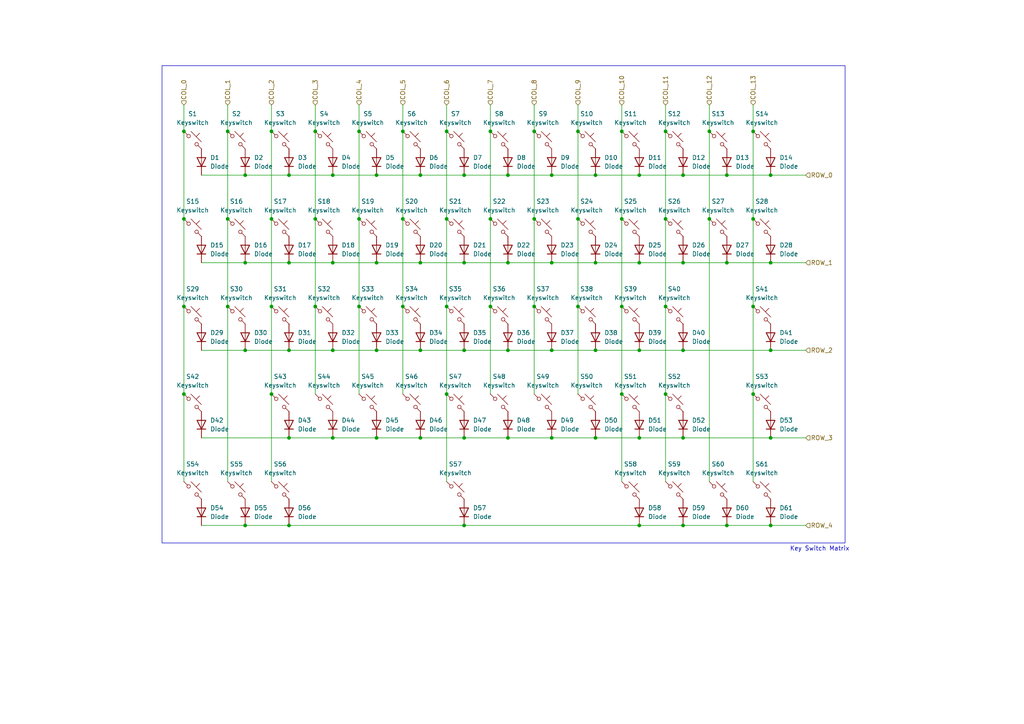
<source format=kicad_sch>
(kicad_sch (version 20250114) (generator "eeschema") (generator_version "9.0")
  (paper "A4")
  (rectangle (start 46.99 19.05) (end 245.11 157.48))
  (text "Key Switch Matrix" (at 237.744 159.258 0) (effects (font (size 1.27 1.27))))
  (junction (at 223.52 101.6))
  (junction (at 109.22 76.2))
  (junction (at 129.54 88.9))
  (junction (at 185.42 50.8))
  (junction (at 218.44 88.9))
  (junction (at 218.44 114.3))
  (junction (at 180.34 38.1))
  (junction (at 78.74 38.1))
  (junction (at 66.04 63.5))
  (junction (at 180.34 88.9))
  (junction (at 96.52 50.8))
  (junction (at 129.54 114.3))
  (junction (at 134.62 152.4))
  (junction (at 198.12 101.6))
  (junction (at 83.82 101.6))
  (junction (at 167.64 38.1))
  (junction (at 160.02 76.2))
  (junction (at 53.34 114.3))
  (junction (at 134.62 101.6))
  (junction (at 53.34 38.1))
  (junction (at 83.82 152.4))
  (junction (at 210.82 50.8))
  (junction (at 66.04 38.1))
  (junction (at 223.52 152.4))
  (junction (at 198.12 76.2))
  (junction (at 172.72 101.6))
  (junction (at 91.44 63.5))
  (junction (at 172.72 76.2))
  (junction (at 109.22 101.6))
  (junction (at 78.74 88.9))
  (junction (at 180.34 114.3))
  (junction (at 53.34 63.5))
  (junction (at 121.92 101.6))
  (junction (at 104.14 88.9))
  (junction (at 193.04 63.5))
  (junction (at 160.02 50.8))
  (junction (at 66.04 88.9))
  (junction (at 154.94 88.9))
  (junction (at 185.42 127))
  (junction (at 109.22 127))
  (junction (at 121.92 127))
  (junction (at 96.52 76.2))
  (junction (at 116.84 63.5))
  (junction (at 218.44 63.5))
  (junction (at 53.34 88.9))
  (junction (at 180.34 63.5))
  (junction (at 109.22 50.8))
  (junction (at 142.24 88.9))
  (junction (at 160.02 101.6))
  (junction (at 116.84 38.1))
  (junction (at 223.52 76.2))
  (junction (at 205.74 38.1))
  (junction (at 193.04 38.1))
  (junction (at 147.32 50.8))
  (junction (at 78.74 63.5))
  (junction (at 147.32 76.2))
  (junction (at 134.62 76.2))
  (junction (at 71.12 50.8))
  (junction (at 116.84 88.9))
  (junction (at 172.72 50.8))
  (junction (at 104.14 63.5))
  (junction (at 83.82 76.2))
  (junction (at 154.94 38.1))
  (junction (at 91.44 38.1))
  (junction (at 198.12 127))
  (junction (at 121.92 76.2))
  (junction (at 96.52 127))
  (junction (at 129.54 38.1))
  (junction (at 185.42 101.6))
  (junction (at 71.12 76.2))
  (junction (at 83.82 50.8))
  (junction (at 218.44 38.1))
  (junction (at 104.14 38.1))
  (junction (at 71.12 152.4))
  (junction (at 91.44 88.9))
  (junction (at 210.82 76.2))
  (junction (at 193.04 88.9))
  (junction (at 223.52 50.8))
  (junction (at 147.32 127))
  (junction (at 160.02 127))
  (junction (at 193.04 114.3))
  (junction (at 78.74 114.3))
  (junction (at 121.92 50.8))
  (junction (at 142.24 63.5))
  (junction (at 142.24 38.1))
  (junction (at 134.62 127))
  (junction (at 198.12 50.8))
  (junction (at 185.42 152.4))
  (junction (at 205.74 63.5))
  (junction (at 129.54 63.5))
  (junction (at 134.62 50.8))
  (junction (at 185.42 76.2))
  (junction (at 83.82 127))
  (junction (at 172.72 127))
  (junction (at 167.64 63.5))
  (junction (at 210.82 152.4))
  (junction (at 223.52 127))
  (junction (at 198.12 152.4))
  (junction (at 71.12 101.6))
  (junction (at 96.52 101.6))
  (junction (at 167.64 88.9))
  (junction (at 154.94 63.5))
  (junction (at 147.32 101.6))
  (wire (pts (xy 193.04 63.5) (xy 193.04 88.9)))
  (wire (pts (xy 172.72 50.8) (xy 185.42 50.8)))
  (wire (pts (xy 160.02 101.6) (xy 172.72 101.6)))
  (wire (pts (xy 180.34 88.9) (xy 180.34 114.3)))
  (wire (pts (xy 185.42 101.6) (xy 198.12 101.6)))
  (wire (pts (xy 198.12 152.4) (xy 210.82 152.4)))
  (wire (pts (xy 142.24 63.5) (xy 142.24 88.9)))
  (wire (pts (xy 129.54 63.5) (xy 129.54 88.9)))
  (wire (pts (xy 154.94 38.1) (xy 154.94 63.5)))
  (wire (pts (xy 198.12 50.8) (xy 210.82 50.8)))
  (wire (pts (xy 83.82 152.4) (xy 134.62 152.4)))
  (wire (pts (xy 71.12 50.8) (xy 83.82 50.8)))
  (wire (pts (xy 71.12 76.2) (xy 83.82 76.2)))
  (wire (pts (xy 66.04 88.9) (xy 66.04 139.7)))
  (wire (pts (xy 104.14 38.1) (xy 104.14 63.5)))
  (wire (pts (xy 91.44 30.48) (xy 91.44 38.1)))
  (wire (pts (xy 193.04 38.1) (xy 193.04 63.5)))
  (wire (pts (xy 180.34 30.48) (xy 180.34 38.1)))
  (wire (pts (xy 53.34 63.5) (xy 53.34 88.9)))
  (wire (pts (xy 109.22 127) (xy 121.92 127)))
  (wire (pts (xy 167.64 30.48) (xy 167.64 38.1)))
  (wire (pts (xy 53.34 38.1) (xy 53.34 63.5)))
  (wire (pts (xy 223.52 50.8) (xy 233.68 50.8)))
  (wire (pts (xy 134.62 76.2) (xy 147.32 76.2)))
  (wire (pts (xy 134.62 127) (xy 147.32 127)))
  (wire (pts (xy 109.22 101.6) (xy 121.92 101.6)))
  (wire (pts (xy 198.12 76.2) (xy 210.82 76.2)))
  (wire (pts (xy 205.74 63.5) (xy 205.74 139.7)))
  (wire (pts (xy 116.84 88.9) (xy 116.84 114.3)))
  (wire (pts (xy 91.44 88.9) (xy 91.44 114.3)))
  (wire (pts (xy 53.34 88.9) (xy 53.34 114.3)))
  (wire (pts (xy 167.64 88.9) (xy 167.64 114.3)))
  (wire (pts (xy 58.42 127) (xy 83.82 127)))
  (wire (pts (xy 223.52 152.4) (xy 233.68 152.4)))
  (wire (pts (xy 154.94 88.9) (xy 154.94 114.3)))
  (wire (pts (xy 134.62 101.6) (xy 147.32 101.6)))
  (wire (pts (xy 78.74 114.3) (xy 78.74 139.7)))
  (wire (pts (xy 147.32 76.2) (xy 160.02 76.2)))
  (wire (pts (xy 71.12 101.6) (xy 83.82 101.6)))
  (wire (pts (xy 210.82 50.8) (xy 223.52 50.8)))
  (wire (pts (xy 129.54 114.3) (xy 129.54 139.7)))
  (wire (pts (xy 193.04 30.48) (xy 193.04 38.1)))
  (wire (pts (xy 91.44 38.1) (xy 91.44 63.5)))
  (wire (pts (xy 58.42 50.8) (xy 71.12 50.8)))
  (wire (pts (xy 121.92 127) (xy 134.62 127)))
  (wire (pts (xy 78.74 63.5) (xy 78.74 88.9)))
  (wire (pts (xy 78.74 38.1) (xy 78.74 63.5)))
  (wire (pts (xy 129.54 88.9) (xy 129.54 114.3)))
  (wire (pts (xy 160.02 127) (xy 172.72 127)))
  (wire (pts (xy 96.52 101.6) (xy 109.22 101.6)))
  (wire (pts (xy 205.74 30.48) (xy 205.74 38.1)))
  (wire (pts (xy 116.84 30.48) (xy 116.84 38.1)))
  (wire (pts (xy 180.34 114.3) (xy 180.34 139.7)))
  (wire (pts (xy 185.42 152.4) (xy 198.12 152.4)))
  (wire (pts (xy 53.34 114.3) (xy 53.34 139.7)))
  (wire (pts (xy 96.52 76.2) (xy 109.22 76.2)))
  (wire (pts (xy 58.42 101.6) (xy 71.12 101.6)))
  (wire (pts (xy 142.24 88.9) (xy 142.24 114.3)))
  (wire (pts (xy 154.94 30.48) (xy 154.94 38.1)))
  (wire (pts (xy 147.32 101.6) (xy 160.02 101.6)))
  (wire (pts (xy 147.32 127) (xy 160.02 127)))
  (wire (pts (xy 71.12 152.4) (xy 83.82 152.4)))
  (wire (pts (xy 193.04 114.3) (xy 193.04 139.7)))
  (wire (pts (xy 104.14 88.9) (xy 104.14 114.3)))
  (wire (pts (xy 154.94 63.5) (xy 154.94 88.9)))
  (wire (pts (xy 96.52 50.8) (xy 109.22 50.8)))
  (wire (pts (xy 218.44 114.3) (xy 218.44 139.7)))
  (wire (pts (xy 116.84 38.1) (xy 116.84 63.5)))
  (wire (pts (xy 180.34 63.5) (xy 180.34 88.9)))
  (wire (pts (xy 147.32 50.8) (xy 160.02 50.8)))
  (wire (pts (xy 129.54 38.1) (xy 129.54 63.5)))
  (wire (pts (xy 121.92 76.2) (xy 134.62 76.2)))
  (wire (pts (xy 66.04 63.5) (xy 66.04 88.9)))
  (wire (pts (xy 58.42 76.2) (xy 71.12 76.2)))
  (wire (pts (xy 180.34 38.1) (xy 180.34 63.5)))
  (wire (pts (xy 172.72 76.2) (xy 185.42 76.2)))
  (wire (pts (xy 160.02 50.8) (xy 172.72 50.8)))
  (wire (pts (xy 167.64 38.1) (xy 167.64 63.5)))
  (wire (pts (xy 78.74 30.48) (xy 78.74 38.1)))
  (wire (pts (xy 218.44 63.5) (xy 218.44 88.9)))
  (wire (pts (xy 198.12 127) (xy 223.52 127)))
  (wire (pts (xy 218.44 30.48) (xy 218.44 38.1)))
  (wire (pts (xy 104.14 30.48) (xy 104.14 38.1)))
  (wire (pts (xy 109.22 50.8) (xy 121.92 50.8)))
  (wire (pts (xy 167.64 63.5) (xy 167.64 88.9)))
  (wire (pts (xy 223.52 76.2) (xy 233.68 76.2)))
  (wire (pts (xy 134.62 50.8) (xy 147.32 50.8)))
  (wire (pts (xy 66.04 30.48) (xy 66.04 38.1)))
  (wire (pts (xy 142.24 38.1) (xy 142.24 63.5)))
  (wire (pts (xy 83.82 127) (xy 96.52 127)))
  (wire (pts (xy 83.82 50.8) (xy 96.52 50.8)))
  (wire (pts (xy 210.82 76.2) (xy 223.52 76.2)))
  (wire (pts (xy 172.72 127) (xy 185.42 127)))
  (wire (pts (xy 223.52 101.6) (xy 233.68 101.6)))
  (wire (pts (xy 185.42 76.2) (xy 198.12 76.2)))
  (wire (pts (xy 205.74 38.1) (xy 205.74 63.5)))
  (wire (pts (xy 78.74 88.9) (xy 78.74 114.3)))
  (wire (pts (xy 218.44 38.1) (xy 218.44 63.5)))
  (wire (pts (xy 121.92 50.8) (xy 134.62 50.8)))
  (wire (pts (xy 116.84 63.5) (xy 116.84 88.9)))
  (wire (pts (xy 53.34 30.48) (xy 53.34 38.1)))
  (wire (pts (xy 91.44 63.5) (xy 91.44 88.9)))
  (wire (pts (xy 210.82 152.4) (xy 223.52 152.4)))
  (wire (pts (xy 218.44 88.9) (xy 218.44 114.3)))
  (wire (pts (xy 66.04 63.5) (xy 66.04 38.1)))
  (wire (pts (xy 121.92 101.6) (xy 134.62 101.6)))
  (wire (pts (xy 193.04 88.9) (xy 193.04 114.3)))
  (wire (pts (xy 198.12 101.6) (xy 223.52 101.6)))
  (wire (pts (xy 185.42 127) (xy 198.12 127)))
  (wire (pts (xy 129.54 30.48) (xy 129.54 38.1)))
  (wire (pts (xy 160.02 76.2) (xy 172.72 76.2)))
  (wire (pts (xy 223.52 127) (xy 233.68 127)))
  (wire (pts (xy 172.72 101.6) (xy 185.42 101.6)))
  (wire (pts (xy 96.52 127) (xy 109.22 127)))
  (wire (pts (xy 134.62 152.4) (xy 185.42 152.4)))
  (wire (pts (xy 185.42 50.8) (xy 198.12 50.8)))
  (wire (pts (xy 58.42 152.4) (xy 71.12 152.4)))
  (wire (pts (xy 83.82 76.2) (xy 96.52 76.2)))
  (wire (pts (xy 83.82 101.6) (xy 96.52 101.6)))
  (wire (pts (xy 109.22 76.2) (xy 121.92 76.2)))
  (wire (pts (xy 104.14 63.5) (xy 104.14 88.9)))
  (wire (pts (xy 142.24 30.48) (xy 142.24 38.1)))
  (hierarchical_label "ROW_4" (shape input) (at 233.68 152.4 0))
  (hierarchical_label "COL_7" (shape input) (at 142.24 30.48 90))
  (hierarchical_label "COL_13" (shape input) (at 218.44 30.48 90))
  (hierarchical_label "COL_8" (shape input) (at 154.94 30.48 90))
  (hierarchical_label "COL_2" (shape input) (at 78.74 30.48 90))
  (hierarchical_label "COL_5" (shape input) (at 116.84 30.48 90))
  (hierarchical_label "ROW_1" (shape input) (at 233.68 76.2 0))
  (hierarchical_label "ROW_2" (shape input) (at 233.68 101.6 0))
  (hierarchical_label "COL_4" (shape input) (at 104.14 30.48 90))
  (hierarchical_label "COL_10" (shape input) (at 180.34 30.48 90))
  (hierarchical_label "COL_0" (shape input) (at 53.34 30.48 90))
  (hierarchical_label "COL_12" (shape input) (at 205.74 30.48 90))
  (hierarchical_label "ROW_0" (shape input) (at 233.68 50.8 0))
  (hierarchical_label "COL_6" (shape input) (at 129.54 30.48 90))
  (hierarchical_label "ROW_3" (shape input) (at 233.68 127 0))
  (hierarchical_label "COL_1" (shape input) (at 66.04 30.48 90))
  (hierarchical_label "COL_9" (shape input) (at 167.64 30.48 90))
  (hierarchical_label "COL_3" (shape input) (at 91.44 30.48 90))
  (hierarchical_label "COL_11" (shape input) (at 193.04 30.48 90))
  (symbol (lib_id "ScottoKeebs:Placeholder_Diode") (at 58.42 148.59 90) (unit 1)
    (property "Reference" "D54" (at 60.96 147.3199 90) (effects (justify right)))
    (property "Value" "Diode" (at 60.96 149.8599 90) (effects (justify right)))
    (property "Footprint" "ScottoKeebs_Components:Diode_SOD-123" (effects (hide yes)))
    (property "Description" "1N4148 (DO-35) or 1N4148W (SOD-123)" (effects (hide yes)))
    (property "Sim.Device" "D" (effects (hide yes)))
    (property "Sim.Pins" "1=K 2=A" (effects (hide yes)))
  )
  (symbol (lib_id "ScottoKeebs:Placeholder_Diode") (at 96.52 97.79 90) (unit 1)
    (property "Reference" "D32" (at 99.06 96.5199 90) (effects (justify right)))
    (property "Value" "Diode" (at 99.06 99.0599 90) (effects (justify right)))
    (property "Footprint" "ScottoKeebs_Components:Diode_SOD-123" (effects (hide yes)))
    (property "Description" "1N4148 (DO-35) or 1N4148W (SOD-123)" (effects (hide yes)))
    (property "Sim.Device" "D" (effects (hide yes)))
    (property "Sim.Pins" "1=K 2=A" (effects (hide yes)))
  )
  (symbol (lib_id "ScottoKeebs:Placeholder_Keyswitch") (at 170.18 40.64 0) (unit 1)
    (property "Reference" "S10" (at 170.18 33.02 0))
    (property "Value" "Keyswitch" (at 170.18 35.56 0))
    (property "Footprint" "ScottoKeebs_Hotswap:Hotswap_MX_Plated_1.00u" (effects (hide yes)))
    (property "Description" "Push button switch, normally open, two pins, 45° tilted" (effects (hide yes)))
  )
  (symbol (lib_id "ScottoKeebs:Placeholder_Diode") (at 198.12 46.99 90) (unit 1)
    (property "Reference" "D12" (at 200.66 45.7199 90) (effects (justify right)))
    (property "Value" "Diode" (at 200.66 48.2599 90) (effects (justify right)))
    (property "Footprint" "ScottoKeebs_Components:Diode_SOD-123" (effects (hide yes)))
    (property "Description" "1N4148 (DO-35) or 1N4148W (SOD-123)" (effects (hide yes)))
    (property "Sim.Device" "D" (effects (hide yes)))
    (property "Sim.Pins" "1=K 2=A" (effects (hide yes)))
  )
  (symbol (lib_id "ScottoKeebs:Placeholder_Keyswitch") (at 119.38 40.64 0) (unit 1)
    (property "Reference" "S6" (at 119.38 33.02 0))
    (property "Value" "Keyswitch" (at 119.38 35.56 0))
    (property "Footprint" "ScottoKeebs_Hotswap:Hotswap_MX_Plated_1.00u" (effects (hide yes)))
    (property "Description" "Push button switch, normally open, two pins, 45° tilted" (effects (hide yes)))
  )
  (symbol (lib_id "ScottoKeebs:Placeholder_Keyswitch") (at 119.38 116.84 0) (unit 1)
    (property "Reference" "S46" (at 119.38 109.22 0))
    (property "Value" "Keyswitch" (at 119.38 111.76 0))
    (property "Footprint" "ScottoKeebs_Hotswap:Hotswap_MX_Plated_1.00u" (effects (hide yes)))
    (property "Description" "Push button switch, normally open, two pins, 45° tilted" (effects (hide yes)))
  )
  (symbol (lib_id "ScottoKeebs:Placeholder_Keyswitch") (at 157.48 66.04 0) (unit 1)
    (property "Reference" "S23" (at 157.48 58.42 0))
    (property "Value" "Keyswitch" (at 157.48 60.96 0))
    (property "Footprint" "ScottoKeebs_Hotswap:Hotswap_MX_Plated_1.00u" (effects (hide yes)))
    (property "Description" "Push button switch, normally open, two pins, 45° tilted" (effects (hide yes)))
  )
  (symbol (lib_id "ScottoKeebs:Placeholder_Keyswitch") (at 132.08 142.24 0) (unit 1)
    (property "Reference" "S57" (at 132.08 134.62 0))
    (property "Value" "Keyswitch" (at 132.08 137.16 0))
    (property "Footprint" "ScottoKeebs_Hotswap:Hotswap_MX_Plated_1.00u" (effects (hide yes)))
    (property "Description" "Push button switch, normally open, two pins, 45° tilted" (effects (hide yes)))
  )
  (symbol (lib_id "ScottoKeebs:Placeholder_Keyswitch") (at 68.58 142.24 0) (unit 1)
    (property "Reference" "S55" (at 68.58 134.62 0))
    (property "Value" "Keyswitch" (at 68.58 137.16 0))
    (property "Footprint" "ScottoKeebs_Hotswap:Hotswap_MX_Plated_1.00u" (effects (hide yes)))
    (property "Description" "Push button switch, normally open, two pins, 45° tilted" (effects (hide yes)))
  )
  (symbol (lib_id "ScottoKeebs:Placeholder_Keyswitch") (at 81.28 40.64 0) (unit 1)
    (property "Reference" "S3" (at 81.28 33.02 0))
    (property "Value" "Keyswitch" (at 81.28 35.56 0))
    (property "Footprint" "ScottoKeebs_Hotswap:Hotswap_MX_Plated_1.00u" (effects (hide yes)))
    (property "Description" "Push button switch, normally open, two pins, 45° tilted" (effects (hide yes)))
  )
  (symbol (lib_id "ScottoKeebs:Placeholder_Keyswitch") (at 220.98 66.04 0) (unit 1)
    (property "Reference" "S28" (at 220.98 58.42 0))
    (property "Value" "Keyswitch" (at 220.98 60.96 0))
    (property "Footprint" "ScottoKeebs_Hotswap:Hotswap_MX_Plated_1.00u" (effects (hide yes)))
    (property "Description" "Push button switch, normally open, two pins, 45° tilted" (effects (hide yes)))
  )
  (symbol (lib_id "ScottoKeebs:Placeholder_Diode") (at 160.02 46.99 90) (unit 1)
    (property "Reference" "D9" (at 162.56 45.7199 90) (effects (justify right)))
    (property "Value" "Diode" (at 162.56 48.2599 90) (effects (justify right)))
    (property "Footprint" "ScottoKeebs_Components:Diode_SOD-123" (effects (hide yes)))
    (property "Description" "1N4148 (DO-35) or 1N4148W (SOD-123)" (effects (hide yes)))
    (property "Sim.Device" "D" (effects (hide yes)))
    (property "Sim.Pins" "1=K 2=A" (effects (hide yes)))
  )
  (symbol (lib_id "ScottoKeebs:Placeholder_Keyswitch") (at 182.88 91.44 0) (unit 1)
    (property "Reference" "S39" (at 182.88 83.82 0))
    (property "Value" "Keyswitch" (at 182.88 86.36 0))
    (property "Footprint" "ScottoKeebs_Hotswap:Hotswap_MX_Plated_1.00u" (effects (hide yes)))
    (property "Description" "Push button switch, normally open, two pins, 45° tilted" (effects (hide yes)))
  )
  (symbol (lib_id "ScottoKeebs:Placeholder_Diode") (at 172.72 123.19 90) (unit 1)
    (property "Reference" "D50" (at 175.26 121.9199 90) (effects (justify right)))
    (property "Value" "Diode" (at 175.26 124.4599 90) (effects (justify right)))
    (property "Footprint" "ScottoKeebs_Components:Diode_SOD-123" (effects (hide yes)))
    (property "Description" "1N4148 (DO-35) or 1N4148W (SOD-123)" (effects (hide yes)))
    (property "Sim.Device" "D" (effects (hide yes)))
    (property "Sim.Pins" "1=K 2=A" (effects (hide yes)))
  )
  (symbol (lib_id "ScottoKeebs:Placeholder_Diode") (at 198.12 72.39 90) (unit 1)
    (property "Reference" "D26" (at 200.66 71.1199 90) (effects (justify right)))
    (property "Value" "Diode" (at 200.66 73.6599 90) (effects (justify right)))
    (property "Footprint" "ScottoKeebs_Components:Diode_SOD-123" (effects (hide yes)))
    (property "Description" "1N4148 (DO-35) or 1N4148W (SOD-123)" (effects (hide yes)))
    (property "Sim.Device" "D" (effects (hide yes)))
    (property "Sim.Pins" "1=K 2=A" (effects (hide yes)))
  )
  (symbol (lib_id "ScottoKeebs:Placeholder_Keyswitch") (at 93.98 66.04 0) (unit 1)
    (property "Reference" "S18" (at 93.98 58.42 0))
    (property "Value" "Keyswitch" (at 93.98 60.96 0))
    (property "Footprint" "ScottoKeebs_Hotswap:Hotswap_MX_Plated_1.00u" (effects (hide yes)))
    (property "Description" "Push button switch, normally open, two pins, 45° tilted" (effects (hide yes)))
  )
  (symbol (lib_id "ScottoKeebs:Placeholder_Keyswitch") (at 157.48 40.64 0) (unit 1)
    (property "Reference" "S9" (at 157.48 33.02 0))
    (property "Value" "Keyswitch" (at 157.48 35.56 0))
    (property "Footprint" "ScottoKeebs_Hotswap:Hotswap_MX_Plated_1.00u" (effects (hide yes)))
    (property "Description" "Push button switch, normally open, two pins, 45° tilted" (effects (hide yes)))
  )
  (symbol (lib_id "ScottoKeebs:Placeholder_Keyswitch") (at 68.58 66.04 0) (unit 1)
    (property "Reference" "S16" (at 68.58 58.42 0))
    (property "Value" "Keyswitch" (at 68.58 60.96 0))
    (property "Footprint" "ScottoKeebs_Hotswap:Hotswap_MX_Plated_1.00u" (effects (hide yes)))
    (property "Description" "Push button switch, normally open, two pins, 45° tilted" (effects (hide yes)))
  )
  (symbol (lib_id "ScottoKeebs:Placeholder_Keyswitch") (at 195.58 66.04 0) (unit 1)
    (property "Reference" "S26" (at 195.58 58.42 0))
    (property "Value" "Keyswitch" (at 195.58 60.96 0))
    (property "Footprint" "ScottoKeebs_Hotswap:Hotswap_MX_Plated_1.00u" (effects (hide yes)))
    (property "Description" "Push button switch, normally open, two pins, 45° tilted" (effects (hide yes)))
  )
  (symbol (lib_id "ScottoKeebs:Placeholder_Keyswitch") (at 144.78 91.44 0) (unit 1)
    (property "Reference" "S36" (at 144.78 83.82 0))
    (property "Value" "Keyswitch" (at 144.78 86.36 0))
    (property "Footprint" "ScottoKeebs_Hotswap:Hotswap_MX_Plated_1.00u" (effects (hide yes)))
    (property "Description" "Push button switch, normally open, two pins, 45° tilted" (effects (hide yes)))
  )
  (symbol (lib_id "ScottoKeebs:Placeholder_Keyswitch") (at 208.28 40.64 0) (unit 1)
    (property "Reference" "S13" (at 208.28 33.02 0))
    (property "Value" "Keyswitch" (at 208.28 35.56 0))
    (property "Footprint" "ScottoKeebs_Hotswap:Hotswap_MX_Plated_1.00u" (effects (hide yes)))
    (property "Description" "Push button switch, normally open, two pins, 45° tilted" (effects (hide yes)))
  )
  (symbol (lib_id "ScottoKeebs:Placeholder_Diode") (at 147.32 97.79 90) (unit 1)
    (property "Reference" "D36" (at 149.86 96.5199 90) (effects (justify right)))
    (property "Value" "Diode" (at 149.86 99.0599 90) (effects (justify right)))
    (property "Footprint" "ScottoKeebs_Components:Diode_SOD-123" (effects (hide yes)))
    (property "Description" "1N4148 (DO-35) or 1N4148W (SOD-123)" (effects (hide yes)))
    (property "Sim.Device" "D" (effects (hide yes)))
    (property "Sim.Pins" "1=K 2=A" (effects (hide yes)))
  )
  (symbol (lib_id "ScottoKeebs:Placeholder_Keyswitch") (at 55.88 91.44 0) (unit 1)
    (property "Reference" "S29" (at 55.88 83.82 0))
    (property "Value" "Keyswitch" (at 55.88 86.36 0))
    (property "Footprint" "ScottoKeebs_Hotswap:Hotswap_MX_Plated_1.00u" (effects (hide yes)))
    (property "Description" "Push button switch, normally open, two pins, 45° tilted" (effects (hide yes)))
  )
  (symbol (lib_id "ScottoKeebs:Placeholder_Diode") (at 185.42 97.79 90) (unit 1)
    (property "Reference" "D39" (at 187.96 96.5199 90) (effects (justify right)))
    (property "Value" "Diode" (at 187.96 99.0599 90) (effects (justify right)))
    (property "Footprint" "ScottoKeebs_Components:Diode_SOD-123" (effects (hide yes)))
    (property "Description" "1N4148 (DO-35) or 1N4148W (SOD-123)" (effects (hide yes)))
    (property "Sim.Device" "D" (effects (hide yes)))
    (property "Sim.Pins" "1=K 2=A" (effects (hide yes)))
  )
  (symbol (lib_id "ScottoKeebs:Placeholder_Diode") (at 172.72 97.79 90) (unit 1)
    (property "Reference" "D38" (at 175.26 96.5199 90) (effects (justify right)))
    (property "Value" "Diode" (at 175.26 99.0599 90) (effects (justify right)))
    (property "Footprint" "ScottoKeebs_Components:Diode_SOD-123" (effects (hide yes)))
    (property "Description" "1N4148 (DO-35) or 1N4148W (SOD-123)" (effects (hide yes)))
    (property "Sim.Device" "D" (effects (hide yes)))
    (property "Sim.Pins" "1=K 2=A" (effects (hide yes)))
  )
  (symbol (lib_id "ScottoKeebs:Placeholder_Diode") (at 223.52 97.79 90) (unit 1)
    (property "Reference" "D41" (at 226.06 96.5199 90) (effects (justify right)))
    (property "Value" "Diode" (at 226.06 99.0599 90) (effects (justify right)))
    (property "Footprint" "ScottoKeebs_Components:Diode_SOD-123" (effects (hide yes)))
    (property "Description" "1N4148 (DO-35) or 1N4148W (SOD-123)" (effects (hide yes)))
    (property "Sim.Device" "D" (effects (hide yes)))
    (property "Sim.Pins" "1=K 2=A" (effects (hide yes)))
  )
  (symbol (lib_id "ScottoKeebs:Placeholder_Keyswitch") (at 144.78 66.04 0) (unit 1)
    (property "Reference" "S22" (at 144.78 58.42 0))
    (property "Value" "Keyswitch" (at 144.78 60.96 0))
    (property "Footprint" "ScottoKeebs_Hotswap:Hotswap_MX_Plated_1.00u" (effects (hide yes)))
    (property "Description" "Push button switch, normally open, two pins, 45° tilted" (effects (hide yes)))
  )
  (symbol (lib_id "ScottoKeebs:Placeholder_Keyswitch") (at 182.88 40.64 0) (unit 1)
    (property "Reference" "S11" (at 182.88 33.02 0))
    (property "Value" "Keyswitch" (at 182.88 35.56 0))
    (property "Footprint" "ScottoKeebs_Hotswap:Hotswap_MX_Plated_1.00u" (effects (hide yes)))
    (property "Description" "Push button switch, normally open, two pins, 45° tilted" (effects (hide yes)))
  )
  (symbol (lib_id "ScottoKeebs:Placeholder_Keyswitch") (at 195.58 116.84 0) (unit 1)
    (property "Reference" "S52" (at 195.58 109.22 0))
    (property "Value" "Keyswitch" (at 195.58 111.76 0))
    (property "Footprint" "ScottoKeebs_Hotswap:Hotswap_MX_Plated_1.00u" (effects (hide yes)))
    (property "Description" "Push button switch, normally open, two pins, 45° tilted" (effects (hide yes)))
  )
  (symbol (lib_id "ScottoKeebs:Placeholder_Diode") (at 134.62 97.79 90) (unit 1)
    (property "Reference" "D35" (at 137.16 96.5199 90) (effects (justify right)))
    (property "Value" "Diode" (at 137.16 99.0599 90) (effects (justify right)))
    (property "Footprint" "ScottoKeebs_Components:Diode_SOD-123" (effects (hide yes)))
    (property "Description" "1N4148 (DO-35) or 1N4148W (SOD-123)" (effects (hide yes)))
    (property "Sim.Device" "D" (effects (hide yes)))
    (property "Sim.Pins" "1=K 2=A" (effects (hide yes)))
  )
  (symbol (lib_id "ScottoKeebs:Placeholder_Diode") (at 198.12 123.19 90) (unit 1)
    (property "Reference" "D52" (at 200.66 121.9199 90) (effects (justify right)))
    (property "Value" "Diode" (at 200.66 124.4599 90) (effects (justify right)))
    (property "Footprint" "ScottoKeebs_Components:Diode_SOD-123" (effects (hide yes)))
    (property "Description" "1N4148 (DO-35) or 1N4148W (SOD-123)" (effects (hide yes)))
    (property "Sim.Device" "D" (effects (hide yes)))
    (property "Sim.Pins" "1=K 2=A" (effects (hide yes)))
  )
  (symbol (lib_id "ScottoKeebs:Placeholder_Keyswitch") (at 157.48 91.44 0) (unit 1)
    (property "Reference" "S37" (at 157.48 83.82 0))
    (property "Value" "Keyswitch" (at 157.48 86.36 0))
    (property "Footprint" "ScottoKeebs_Hotswap:Hotswap_MX_Plated_1.00u" (effects (hide yes)))
    (property "Description" "Push button switch, normally open, two pins, 45° tilted" (effects (hide yes)))
  )
  (symbol (lib_id "ScottoKeebs:Placeholder_Keyswitch") (at 119.38 91.44 0) (unit 1)
    (property "Reference" "S34" (at 119.38 83.82 0))
    (property "Value" "Keyswitch" (at 119.38 86.36 0))
    (property "Footprint" "ScottoKeebs_Hotswap:Hotswap_MX_Plated_1.00u" (effects (hide yes)))
    (property "Description" "Push button switch, normally open, two pins, 45° tilted" (effects (hide yes)))
  )
  (symbol (lib_id "ScottoKeebs:Placeholder_Diode") (at 223.52 148.59 90) (unit 1)
    (property "Reference" "D61" (at 226.06 147.3199 90) (effects (justify right)))
    (property "Value" "Diode" (at 226.06 149.8599 90) (effects (justify right)))
    (property "Footprint" "ScottoKeebs_Components:Diode_SOD-123" (effects (hide yes)))
    (property "Description" "1N4148 (DO-35) or 1N4148W (SOD-123)" (effects (hide yes)))
    (property "Sim.Device" "D" (effects (hide yes)))
    (property "Sim.Pins" "1=K 2=A" (effects (hide yes)))
  )
  (symbol (lib_id "ScottoKeebs:Placeholder_Keyswitch") (at 68.58 91.44 0) (unit 1)
    (property "Reference" "S30" (at 68.58 83.82 0))
    (property "Value" "Keyswitch" (at 68.58 86.36 0))
    (property "Footprint" "ScottoKeebs_Hotswap:Hotswap_MX_Plated_1.00u" (effects (hide yes)))
    (property "Description" "Push button switch, normally open, two pins, 45° tilted" (effects (hide yes)))
  )
  (symbol (lib_id "ScottoKeebs:Placeholder_Diode") (at 210.82 46.99 90) (unit 1)
    (property "Reference" "D13" (at 213.36 45.7199 90) (effects (justify right)))
    (property "Value" "Diode" (at 213.36 48.2599 90) (effects (justify right)))
    (property "Footprint" "ScottoKeebs_Components:Diode_SOD-123" (effects (hide yes)))
    (property "Description" "1N4148 (DO-35) or 1N4148W (SOD-123)" (effects (hide yes)))
    (property "Sim.Device" "D" (effects (hide yes)))
    (property "Sim.Pins" "1=K 2=A" (effects (hide yes)))
  )
  (symbol (lib_id "ScottoKeebs:Placeholder_Diode") (at 185.42 72.39 90) (unit 1)
    (property "Reference" "D25" (at 187.96 71.1199 90) (effects (justify right)))
    (property "Value" "Diode" (at 187.96 73.6599 90) (effects (justify right)))
    (property "Footprint" "ScottoKeebs_Components:Diode_SOD-123" (effects (hide yes)))
    (property "Description" "1N4148 (DO-35) or 1N4148W (SOD-123)" (effects (hide yes)))
    (property "Sim.Device" "D" (effects (hide yes)))
    (property "Sim.Pins" "1=K 2=A" (effects (hide yes)))
  )
  (symbol (lib_id "ScottoKeebs:Placeholder_Keyswitch") (at 195.58 40.64 0) (unit 1)
    (property "Reference" "S12" (at 195.58 33.02 0))
    (property "Value" "Keyswitch" (at 195.58 35.56 0))
    (property "Footprint" "ScottoKeebs_Hotswap:Hotswap_MX_Plated_1.00u" (effects (hide yes)))
    (property "Description" "Push button switch, normally open, two pins, 45° tilted" (effects (hide yes)))
  )
  (symbol (lib_id "ScottoKeebs:Placeholder_Diode") (at 147.32 72.39 90) (unit 1)
    (property "Reference" "D22" (at 149.86 71.1199 90) (effects (justify right)))
    (property "Value" "Diode" (at 149.86 73.6599 90) (effects (justify right)))
    (property "Footprint" "ScottoKeebs_Components:Diode_SOD-123" (effects (hide yes)))
    (property "Description" "1N4148 (DO-35) or 1N4148W (SOD-123)" (effects (hide yes)))
    (property "Sim.Device" "D" (effects (hide yes)))
    (property "Sim.Pins" "1=K 2=A" (effects (hide yes)))
  )
  (symbol (lib_id "ScottoKeebs:Placeholder_Diode") (at 96.52 72.39 90) (unit 1)
    (property "Reference" "D18" (at 99.06 71.1199 90) (effects (justify right)))
    (property "Value" "Diode" (at 99.06 73.6599 90) (effects (justify right)))
    (property "Footprint" "ScottoKeebs_Components:Diode_SOD-123" (effects (hide yes)))
    (property "Description" "1N4148 (DO-35) or 1N4148W (SOD-123)" (effects (hide yes)))
    (property "Sim.Device" "D" (effects (hide yes)))
    (property "Sim.Pins" "1=K 2=A" (effects (hide yes)))
  )
  (symbol (lib_id "ScottoKeebs:Placeholder_Keyswitch") (at 81.28 91.44 0) (unit 1)
    (property "Reference" "S31" (at 81.28 83.82 0))
    (property "Value" "Keyswitch" (at 81.28 86.36 0))
    (property "Footprint" "ScottoKeebs_Hotswap:Hotswap_MX_Plated_1.00u" (effects (hide yes)))
    (property "Description" "Push button switch, normally open, two pins, 45° tilted" (effects (hide yes)))
  )
  (symbol (lib_id "ScottoKeebs:Placeholder_Diode") (at 58.42 97.79 90) (unit 1)
    (property "Reference" "D29" (at 60.96 96.5199 90) (effects (justify right)))
    (property "Value" "Diode" (at 60.96 99.0599 90) (effects (justify right)))
    (property "Footprint" "ScottoKeebs_Components:Diode_SOD-123" (effects (hide yes)))
    (property "Description" "1N4148 (DO-35) or 1N4148W (SOD-123)" (effects (hide yes)))
    (property "Sim.Device" "D" (effects (hide yes)))
    (property "Sim.Pins" "1=K 2=A" (effects (hide yes)))
  )
  (symbol (lib_id "ScottoKeebs:Placeholder_Keyswitch") (at 132.08 66.04 0) (unit 1)
    (property "Reference" "S21" (at 132.08 58.42 0))
    (property "Value" "Keyswitch" (at 132.08 60.96 0))
    (property "Footprint" "ScottoKeebs_Hotswap:Hotswap_MX_Plated_1.00u" (effects (hide yes)))
    (property "Description" "Push button switch, normally open, two pins, 45° tilted" (effects (hide yes)))
  )
  (symbol (lib_id "ScottoKeebs:Placeholder_Diode") (at 109.22 123.19 90) (unit 1)
    (property "Reference" "D45" (at 111.76 121.9199 90) (effects (justify right)))
    (property "Value" "Diode" (at 111.76 124.4599 90) (effects (justify right)))
    (property "Footprint" "ScottoKeebs_Components:Diode_SOD-123" (effects (hide yes)))
    (property "Description" "1N4148 (DO-35) or 1N4148W (SOD-123)" (effects (hide yes)))
    (property "Sim.Device" "D" (effects (hide yes)))
    (property "Sim.Pins" "1=K 2=A" (effects (hide yes)))
  )
  (symbol (lib_id "ScottoKeebs:Placeholder_Diode") (at 96.52 46.99 90) (unit 1)
    (property "Reference" "D4" (at 99.06 45.7199 90) (effects (justify right)))
    (property "Value" "Diode" (at 99.06 48.2599 90) (effects (justify right)))
    (property "Footprint" "ScottoKeebs_Components:Diode_SOD-123" (effects (hide yes)))
    (property "Description" "1N4148 (DO-35) or 1N4148W (SOD-123)" (effects (hide yes)))
    (property "Sim.Device" "D" (effects (hide yes)))
    (property "Sim.Pins" "1=K 2=A" (effects (hide yes)))
  )
  (symbol (lib_id "ScottoKeebs:Placeholder_Diode") (at 121.92 72.39 90) (unit 1)
    (property "Reference" "D20" (at 124.46 71.1199 90) (effects (justify right)))
    (property "Value" "Diode" (at 124.46 73.6599 90) (effects (justify right)))
    (property "Footprint" "ScottoKeebs_Components:Diode_SOD-123" (effects (hide yes)))
    (property "Description" "1N4148 (DO-35) or 1N4148W (SOD-123)" (effects (hide yes)))
    (property "Sim.Device" "D" (effects (hide yes)))
    (property "Sim.Pins" "1=K 2=A" (effects (hide yes)))
  )
  (symbol (lib_id "ScottoKeebs:Placeholder_Keyswitch") (at 119.38 66.04 0) (unit 1)
    (property "Reference" "S20" (at 119.38 58.42 0))
    (property "Value" "Keyswitch" (at 119.38 60.96 0))
    (property "Footprint" "ScottoKeebs_Hotswap:Hotswap_MX_Plated_1.00u" (effects (hide yes)))
    (property "Description" "Push button switch, normally open, two pins, 45° tilted" (effects (hide yes)))
  )
  (symbol (lib_id "ScottoKeebs:Placeholder_Diode") (at 83.82 123.19 90) (unit 1)
    (property "Reference" "D43" (at 86.36 121.9199 90) (effects (justify right)))
    (property "Value" "Diode" (at 86.36 124.4599 90) (effects (justify right)))
    (property "Footprint" "ScottoKeebs_Components:Diode_SOD-123" (effects (hide yes)))
    (property "Description" "1N4148 (DO-35) or 1N4148W (SOD-123)" (effects (hide yes)))
    (property "Sim.Device" "D" (effects (hide yes)))
    (property "Sim.Pins" "1=K 2=A" (effects (hide yes)))
  )
  (symbol (lib_id "ScottoKeebs:Placeholder_Diode") (at 71.12 97.79 90) (unit 1)
    (property "Reference" "D30" (at 73.66 96.5199 90) (effects (justify right)))
    (property "Value" "Diode" (at 73.66 99.0599 90) (effects (justify right)))
    (property "Footprint" "ScottoKeebs_Components:Diode_SOD-123" (effects (hide yes)))
    (property "Description" "1N4148 (DO-35) or 1N4148W (SOD-123)" (effects (hide yes)))
    (property "Sim.Device" "D" (effects (hide yes)))
    (property "Sim.Pins" "1=K 2=A" (effects (hide yes)))
  )
  (symbol (lib_id "ScottoKeebs:Placeholder_Diode") (at 121.92 123.19 90) (unit 1)
    (property "Reference" "D46" (at 124.46 121.9199 90) (effects (justify right)))
    (property "Value" "Diode" (at 124.46 124.4599 90) (effects (justify right)))
    (property "Footprint" "ScottoKeebs_Components:Diode_SOD-123" (effects (hide yes)))
    (property "Description" "1N4148 (DO-35) or 1N4148W (SOD-123)" (effects (hide yes)))
    (property "Sim.Device" "D" (effects (hide yes)))
    (property "Sim.Pins" "1=K 2=A" (effects (hide yes)))
  )
  (symbol (lib_id "ScottoKeebs:Placeholder_Diode") (at 198.12 97.79 90) (unit 1)
    (property "Reference" "D40" (at 200.66 96.5199 90) (effects (justify right)))
    (property "Value" "Diode" (at 200.66 99.0599 90) (effects (justify right)))
    (property "Footprint" "ScottoKeebs_Components:Diode_SOD-123" (effects (hide yes)))
    (property "Description" "1N4148 (DO-35) or 1N4148W (SOD-123)" (effects (hide yes)))
    (property "Sim.Device" "D" (effects (hide yes)))
    (property "Sim.Pins" "1=K 2=A" (effects (hide yes)))
  )
  (symbol (lib_id "ScottoKeebs:Placeholder_Keyswitch") (at 55.88 116.84 0) (unit 1)
    (property "Reference" "S42" (at 55.88 109.22 0))
    (property "Value" "Keyswitch" (at 55.88 111.76 0))
    (property "Footprint" "ScottoKeebs_Hotswap:Hotswap_MX_Plated_1.00u" (effects (hide yes)))
    (property "Description" "Push button switch, normally open, two pins, 45° tilted" (effects (hide yes)))
  )
  (symbol (lib_id "ScottoKeebs:Placeholder_Keyswitch") (at 195.58 142.24 0) (unit 1)
    (property "Reference" "S59" (at 195.58 134.62 0))
    (property "Value" "Keyswitch" (at 195.58 137.16 0))
    (property "Footprint" "ScottoKeebs_Hotswap:Hotswap_MX_Plated_1.00u" (effects (hide yes)))
    (property "Description" "Push button switch, normally open, two pins, 45° tilted" (effects (hide yes)))
  )
  (symbol (lib_id "ScottoKeebs:Placeholder_Keyswitch") (at 220.98 40.64 0) (unit 1)
    (property "Reference" "S14" (at 220.98 33.02 0))
    (property "Value" "Keyswitch" (at 220.98 35.56 0))
    (property "Footprint" "ScottoKeebs_Hotswap:Hotswap_MX_Plated_1.00u" (effects (hide yes)))
    (property "Description" "Push button switch, normally open, two pins, 45° tilted" (effects (hide yes)))
  )
  (symbol (lib_id "ScottoKeebs:Placeholder_Keyswitch") (at 220.98 142.24 0) (unit 1)
    (property "Reference" "S61" (at 220.98 134.62 0))
    (property "Value" "Keyswitch" (at 220.98 137.16 0))
    (property "Footprint" "ScottoKeebs_Hotswap:Hotswap_MX_Plated_1.00u" (effects (hide yes)))
    (property "Description" "Push button switch, normally open, two pins, 45° tilted" (effects (hide yes)))
  )
  (symbol (lib_id "ScottoKeebs:Placeholder_Diode") (at 147.32 46.99 90) (unit 1)
    (property "Reference" "D8" (at 149.86 45.7199 90) (effects (justify right)))
    (property "Value" "Diode" (at 149.86 48.2599 90) (effects (justify right)))
    (property "Footprint" "ScottoKeebs_Components:Diode_SOD-123" (effects (hide yes)))
    (property "Description" "1N4148 (DO-35) or 1N4148W (SOD-123)" (effects (hide yes)))
    (property "Sim.Device" "D" (effects (hide yes)))
    (property "Sim.Pins" "1=K 2=A" (effects (hide yes)))
  )
  (symbol (lib_id "ScottoKeebs:Placeholder_Diode") (at 58.42 46.99 90) (unit 1)
    (property "Reference" "D1" (at 60.96 45.7199 90) (effects (justify right)))
    (property "Value" "Diode" (at 60.96 48.2599 90) (effects (justify right)))
    (property "Footprint" "ScottoKeebs_Components:Diode_SOD-123" (effects (hide yes)))
    (property "Description" "1N4148 (DO-35) or 1N4148W (SOD-123)" (effects (hide yes)))
    (property "Sim.Device" "D" (effects (hide yes)))
    (property "Sim.Pins" "1=K 2=A" (effects (hide yes)))
  )
  (symbol (lib_id "ScottoKeebs:Placeholder_Diode") (at 160.02 97.79 90) (unit 1)
    (property "Reference" "D37" (at 162.56 96.5199 90) (effects (justify right)))
    (property "Value" "Diode" (at 162.56 99.0599 90) (effects (justify right)))
    (property "Footprint" "ScottoKeebs_Components:Diode_SOD-123" (effects (hide yes)))
    (property "Description" "1N4148 (DO-35) or 1N4148W (SOD-123)" (effects (hide yes)))
    (property "Sim.Device" "D" (effects (hide yes)))
    (property "Sim.Pins" "1=K 2=A" (effects (hide yes)))
  )
  (symbol (lib_id "ScottoKeebs:Placeholder_Diode") (at 134.62 72.39 90) (unit 1)
    (property "Reference" "D21" (at 137.16 71.1199 90) (effects (justify right)))
    (property "Value" "Diode" (at 137.16 73.6599 90) (effects (justify right)))
    (property "Footprint" "ScottoKeebs_Components:Diode_SOD-123" (effects (hide yes)))
    (property "Description" "1N4148 (DO-35) or 1N4148W (SOD-123)" (effects (hide yes)))
    (property "Sim.Device" "D" (effects (hide yes)))
    (property "Sim.Pins" "1=K 2=A" (effects (hide yes)))
  )
  (symbol (lib_id "ScottoKeebs:Placeholder_Diode") (at 210.82 148.59 90) (unit 1)
    (property "Reference" "D60" (at 213.36 147.3199 90) (effects (justify right)))
    (property "Value" "Diode" (at 213.36 149.8599 90) (effects (justify right)))
    (property "Footprint" "ScottoKeebs_Components:Diode_SOD-123" (effects (hide yes)))
    (property "Description" "1N4148 (DO-35) or 1N4148W (SOD-123)" (effects (hide yes)))
    (property "Sim.Device" "D" (effects (hide yes)))
    (property "Sim.Pins" "1=K 2=A" (effects (hide yes)))
  )
  (symbol (lib_id "ScottoKeebs:Placeholder_Keyswitch") (at 132.08 116.84 0) (unit 1)
    (property "Reference" "S47" (at 132.08 109.22 0))
    (property "Value" "Keyswitch" (at 132.08 111.76 0))
    (property "Footprint" "ScottoKeebs_Hotswap:Hotswap_MX_Plated_1.00u" (effects (hide yes)))
    (property "Description" "Push button switch, normally open, two pins, 45° tilted" (effects (hide yes)))
  )
  (symbol (lib_id "ScottoKeebs:Placeholder_Diode") (at 185.42 46.99 90) (unit 1)
    (property "Reference" "D11" (at 187.96 45.7199 90) (effects (justify right)))
    (property "Value" "Diode" (at 187.96 48.2599 90) (effects (justify right)))
    (property "Footprint" "ScottoKeebs_Components:Diode_SOD-123" (effects (hide yes)))
    (property "Description" "1N4148 (DO-35) or 1N4148W (SOD-123)" (effects (hide yes)))
    (property "Sim.Device" "D" (effects (hide yes)))
    (property "Sim.Pins" "1=K 2=A" (effects (hide yes)))
  )
  (symbol (lib_id "ScottoKeebs:Placeholder_Diode") (at 121.92 97.79 90) (unit 1)
    (property "Reference" "D34" (at 124.46 96.5199 90) (effects (justify right)))
    (property "Value" "Diode" (at 124.46 99.0599 90) (effects (justify right)))
    (property "Footprint" "ScottoKeebs_Components:Diode_SOD-123" (effects (hide yes)))
    (property "Description" "1N4148 (DO-35) or 1N4148W (SOD-123)" (effects (hide yes)))
    (property "Sim.Device" "D" (effects (hide yes)))
    (property "Sim.Pins" "1=K 2=A" (effects (hide yes)))
  )
  (symbol (lib_id "ScottoKeebs:Placeholder_Diode") (at 223.52 72.39 90) (unit 1)
    (property "Reference" "D28" (at 226.06 71.1199 90) (effects (justify right)))
    (property "Value" "Diode" (at 226.06 73.6599 90) (effects (justify right)))
    (property "Footprint" "ScottoKeebs_Components:Diode_SOD-123" (effects (hide yes)))
    (property "Description" "1N4148 (DO-35) or 1N4148W (SOD-123)" (effects (hide yes)))
    (property "Sim.Device" "D" (effects (hide yes)))
    (property "Sim.Pins" "1=K 2=A" (effects (hide yes)))
  )
  (symbol (lib_id "ScottoKeebs:Placeholder_Diode") (at 83.82 97.79 90) (unit 1)
    (property "Reference" "D31" (at 86.36 96.5199 90) (effects (justify right)))
    (property "Value" "Diode" (at 86.36 99.0599 90) (effects (justify right)))
    (property "Footprint" "ScottoKeebs_Components:Diode_SOD-123" (effects (hide yes)))
    (property "Description" "1N4148 (DO-35) or 1N4148W (SOD-123)" (effects (hide yes)))
    (property "Sim.Device" "D" (effects (hide yes)))
    (property "Sim.Pins" "1=K 2=A" (effects (hide yes)))
  )
  (symbol (lib_id "ScottoKeebs:Placeholder_Keyswitch") (at 55.88 142.24 0) (unit 1)
    (property "Reference" "S54" (at 55.88 134.62 0))
    (property "Value" "Keyswitch" (at 55.88 137.16 0))
    (property "Footprint" "ScottoKeebs_Hotswap:Hotswap_MX_Plated_1.00u" (effects (hide yes)))
    (property "Description" "Push button switch, normally open, two pins, 45° tilted" (effects (hide yes)))
  )
  (symbol (lib_id "ScottoKeebs:Placeholder_Diode") (at 58.42 72.39 90) (unit 1)
    (property "Reference" "D15" (at 60.96 71.1199 90) (effects (justify right)))
    (property "Value" "Diode" (at 60.96 73.6599 90) (effects (justify right)))
    (property "Footprint" "ScottoKeebs_Components:Diode_SOD-123" (effects (hide yes)))
    (property "Description" "1N4148 (DO-35) or 1N4148W (SOD-123)" (effects (hide yes)))
    (property "Sim.Device" "D" (effects (hide yes)))
    (property "Sim.Pins" "1=K 2=A" (effects (hide yes)))
  )
  (symbol (lib_id "ScottoKeebs:Placeholder_Keyswitch") (at 132.08 40.64 0) (unit 1)
    (property "Reference" "S7" (at 132.08 33.02 0))
    (property "Value" "Keyswitch" (at 132.08 35.56 0))
    (property "Footprint" "ScottoKeebs_Hotswap:Hotswap_MX_Plated_1.00u" (effects (hide yes)))
    (property "Description" "Push button switch, normally open, two pins, 45° tilted" (effects (hide yes)))
  )
  (symbol (lib_id "ScottoKeebs:Placeholder_Keyswitch") (at 68.58 40.64 0) (unit 1)
    (property "Reference" "S2" (at 68.58 33.02 0))
    (property "Value" "Keyswitch" (at 68.58 35.56 0))
    (property "Footprint" "ScottoKeebs_Hotswap:Hotswap_MX_Plated_1.00u" (effects (hide yes)))
    (property "Description" "Push button switch, normally open, two pins, 45° tilted" (effects (hide yes)))
  )
  (symbol (lib_id "ScottoKeebs:Placeholder_Diode") (at 83.82 46.99 90) (unit 1)
    (property "Reference" "D3" (at 86.36 45.7199 90) (effects (justify right)))
    (property "Value" "Diode" (at 86.36 48.2599 90) (effects (justify right)))
    (property "Footprint" "ScottoKeebs_Components:Diode_SOD-123" (effects (hide yes)))
    (property "Description" "1N4148 (DO-35) or 1N4148W (SOD-123)" (effects (hide yes)))
    (property "Sim.Device" "D" (effects (hide yes)))
    (property "Sim.Pins" "1=K 2=A" (effects (hide yes)))
  )
  (symbol (lib_id "ScottoKeebs:Placeholder_Keyswitch") (at 144.78 116.84 0) (unit 1)
    (property "Reference" "S48" (at 144.78 109.22 0))
    (property "Value" "Keyswitch" (at 144.78 111.76 0))
    (property "Footprint" "ScottoKeebs_Hotswap:Hotswap_MX_Plated_1.00u" (effects (hide yes)))
    (property "Description" "Push button switch, normally open, two pins, 45° tilted" (effects (hide yes)))
  )
  (symbol (lib_id "ScottoKeebs:Placeholder_Diode") (at 83.82 148.59 90) (unit 1)
    (property "Reference" "D56" (at 86.36 147.3199 90) (effects (justify right)))
    (property "Value" "Diode" (at 86.36 149.8599 90) (effects (justify right)))
    (property "Footprint" "ScottoKeebs_Components:Diode_SOD-123" (effects (hide yes)))
    (property "Description" "1N4148 (DO-35) or 1N4148W (SOD-123)" (effects (hide yes)))
    (property "Sim.Device" "D" (effects (hide yes)))
    (property "Sim.Pins" "1=K 2=A" (effects (hide yes)))
  )
  (symbol (lib_id "ScottoKeebs:Placeholder_Diode") (at 134.62 148.59 90) (unit 1)
    (property "Reference" "D57" (at 137.16 147.3199 90) (effects (justify right)))
    (property "Value" "Diode" (at 137.16 149.8599 90) (effects (justify right)))
    (property "Footprint" "ScottoKeebs_Components:Diode_SOD-123" (effects (hide yes)))
    (property "Description" "1N4148 (DO-35) or 1N4148W (SOD-123)" (effects (hide yes)))
    (property "Sim.Device" "D" (effects (hide yes)))
    (property "Sim.Pins" "1=K 2=A" (effects (hide yes)))
  )
  (symbol (lib_id "ScottoKeebs:Placeholder_Diode") (at 160.02 123.19 90) (unit 1)
    (property "Reference" "D49" (at 162.56 121.9199 90) (effects (justify right)))
    (property "Value" "Diode" (at 162.56 124.4599 90) (effects (justify right)))
    (property "Footprint" "ScottoKeebs_Components:Diode_SOD-123" (effects (hide yes)))
    (property "Description" "1N4148 (DO-35) or 1N4148W (SOD-123)" (effects (hide yes)))
    (property "Sim.Device" "D" (effects (hide yes)))
    (property "Sim.Pins" "1=K 2=A" (effects (hide yes)))
  )
  (symbol (lib_id "ScottoKeebs:Placeholder_Keyswitch") (at 81.28 142.24 0) (unit 1)
    (property "Reference" "S56" (at 81.28 134.62 0))
    (property "Value" "Keyswitch" (at 81.28 137.16 0))
    (property "Footprint" "ScottoKeebs_Hotswap:Hotswap_MX_Plated_1.00u" (effects (hide yes)))
    (property "Description" "Push button switch, normally open, two pins, 45° tilted" (effects (hide yes)))
  )
  (symbol (lib_id "ScottoKeebs:Placeholder_Keyswitch") (at 93.98 116.84 0) (unit 1)
    (property "Reference" "S44" (at 93.98 109.22 0))
    (property "Value" "Keyswitch" (at 93.98 111.76 0))
    (property "Footprint" "ScottoKeebs_Hotswap:Hotswap_MX_Plated_1.00u" (effects (hide yes)))
    (property "Description" "Push button switch, normally open, two pins, 45° tilted" (effects (hide yes)))
  )
  (symbol (lib_id "ScottoKeebs:Placeholder_Diode") (at 83.82 72.39 90) (unit 1)
    (property "Reference" "D17" (at 86.36 71.1199 90) (effects (justify right)))
    (property "Value" "Diode" (at 86.36 73.6599 90) (effects (justify right)))
    (property "Footprint" "ScottoKeebs_Components:Diode_SOD-123" (effects (hide yes)))
    (property "Description" "1N4148 (DO-35) or 1N4148W (SOD-123)" (effects (hide yes)))
    (property "Sim.Device" "D" (effects (hide yes)))
    (property "Sim.Pins" "1=K 2=A" (effects (hide yes)))
  )
  (symbol (lib_id "ScottoKeebs:Placeholder_Diode") (at 185.42 148.59 90) (unit 1)
    (property "Reference" "D58" (at 187.96 147.3199 90) (effects (justify right)))
    (property "Value" "Diode" (at 187.96 149.8599 90) (effects (justify right)))
    (property "Footprint" "ScottoKeebs_Components:Diode_SOD-123" (effects (hide yes)))
    (property "Description" "1N4148 (DO-35) or 1N4148W (SOD-123)" (effects (hide yes)))
    (property "Sim.Device" "D" (effects (hide yes)))
    (property "Sim.Pins" "1=K 2=A" (effects (hide yes)))
  )
  (symbol (lib_id "ScottoKeebs:Placeholder_Diode") (at 210.82 72.39 90) (unit 1)
    (property "Reference" "D27" (at 213.36 71.1199 90) (effects (justify right)))
    (property "Value" "Diode" (at 213.36 73.6599 90) (effects (justify right)))
    (property "Footprint" "ScottoKeebs_Components:Diode_SOD-123" (effects (hide yes)))
    (property "Description" "1N4148 (DO-35) or 1N4148W (SOD-123)" (effects (hide yes)))
    (property "Sim.Device" "D" (effects (hide yes)))
    (property "Sim.Pins" "1=K 2=A" (effects (hide yes)))
  )
  (symbol (lib_id "ScottoKeebs:Placeholder_Diode") (at 96.52 123.19 90) (unit 1)
    (property "Reference" "D44" (at 99.06 121.9199 90) (effects (justify right)))
    (property "Value" "Diode" (at 99.06 124.4599 90) (effects (justify right)))
    (property "Footprint" "ScottoKeebs_Components:Diode_SOD-123" (effects (hide yes)))
    (property "Description" "1N4148 (DO-35) or 1N4148W (SOD-123)" (effects (hide yes)))
    (property "Sim.Device" "D" (effects (hide yes)))
    (property "Sim.Pins" "1=K 2=A" (effects (hide yes)))
  )
  (symbol (lib_id "ScottoKeebs:Placeholder_Keyswitch") (at 93.98 40.64 0) (unit 1)
    (property "Reference" "S4" (at 93.98 33.02 0))
    (property "Value" "Keyswitch" (at 93.98 35.56 0))
    (property "Footprint" "ScottoKeebs_Hotswap:Hotswap_MX_Plated_1.00u" (effects (hide yes)))
    (property "Description" "Push button switch, normally open, two pins, 45° tilted" (effects (hide yes)))
  )
  (symbol (lib_id "ScottoKeebs:Placeholder_Keyswitch") (at 208.28 66.04 0) (unit 1)
    (property "Reference" "S27" (at 208.28 58.42 0))
    (property "Value" "Keyswitch" (at 208.28 60.96 0))
    (property "Footprint" "ScottoKeebs_Hotswap:Hotswap_MX_Plated_1.00u" (effects (hide yes)))
    (property "Description" "Push button switch, normally open, two pins, 45° tilted" (effects (hide yes)))
  )
  (symbol (lib_id "ScottoKeebs:Placeholder_Keyswitch") (at 195.58 91.44 0) (unit 1)
    (property "Reference" "S40" (at 195.58 83.82 0))
    (property "Value" "Keyswitch" (at 195.58 86.36 0))
    (property "Footprint" "ScottoKeebs_Hotswap:Hotswap_MX_Plated_1.00u" (effects (hide yes)))
    (property "Description" "Push button switch, normally open, two pins, 45° tilted" (effects (hide yes)))
  )
  (symbol (lib_id "ScottoKeebs:Placeholder_Keyswitch") (at 182.88 66.04 0) (unit 1)
    (property "Reference" "S25" (at 182.88 58.42 0))
    (property "Value" "Keyswitch" (at 182.88 60.96 0))
    (property "Footprint" "ScottoKeebs_Hotswap:Hotswap_MX_Plated_1.00u" (effects (hide yes)))
    (property "Description" "Push button switch, normally open, two pins, 45° tilted" (effects (hide yes)))
  )
  (symbol (lib_id "ScottoKeebs:Placeholder_Diode") (at 198.12 148.59 90) (unit 1)
    (property "Reference" "D59" (at 200.66 147.3199 90) (effects (justify right)))
    (property "Value" "Diode" (at 200.66 149.8599 90) (effects (justify right)))
    (property "Footprint" "ScottoKeebs_Components:Diode_SOD-123" (effects (hide yes)))
    (property "Description" "1N4148 (DO-35) or 1N4148W (SOD-123)" (effects (hide yes)))
    (property "Sim.Device" "D" (effects (hide yes)))
    (property "Sim.Pins" "1=K 2=A" (effects (hide yes)))
  )
  (symbol (lib_id "ScottoKeebs:Placeholder_Diode") (at 109.22 72.39 90) (unit 1)
    (property "Reference" "D19" (at 111.76 71.1199 90) (effects (justify right)))
    (property "Value" "Diode" (at 111.76 73.6599 90) (effects (justify right)))
    (property "Footprint" "ScottoKeebs_Components:Diode_SOD-123" (effects (hide yes)))
    (property "Description" "1N4148 (DO-35) or 1N4148W (SOD-123)" (effects (hide yes)))
    (property "Sim.Device" "D" (effects (hide yes)))
    (property "Sim.Pins" "1=K 2=A" (effects (hide yes)))
  )
  (symbol (lib_id "ScottoKeebs:Placeholder_Keyswitch") (at 220.98 116.84 0) (unit 1)
    (property "Reference" "S53" (at 220.98 109.22 0))
    (property "Value" "Keyswitch" (at 220.98 111.76 0))
    (property "Footprint" "ScottoKeebs_Hotswap:Hotswap_MX_Plated_1.00u" (effects (hide yes)))
    (property "Description" "Push button switch, normally open, two pins, 45° tilted" (effects (hide yes)))
  )
  (symbol (lib_id "ScottoKeebs:Placeholder_Keyswitch") (at 106.68 91.44 0) (unit 1)
    (property "Reference" "S33" (at 106.68 83.82 0))
    (property "Value" "Keyswitch" (at 106.68 86.36 0))
    (property "Footprint" "ScottoKeebs_Hotswap:Hotswap_MX_Plated_1.00u" (effects (hide yes)))
    (property "Description" "Push button switch, normally open, two pins, 45° tilted" (effects (hide yes)))
  )
  (symbol (lib_id "ScottoKeebs:Placeholder_Diode") (at 185.42 123.19 90) (unit 1)
    (property "Reference" "D51" (at 187.96 121.9199 90) (effects (justify right)))
    (property "Value" "Diode" (at 187.96 124.4599 90) (effects (justify right)))
    (property "Footprint" "ScottoKeebs_Components:Diode_SOD-123" (effects (hide yes)))
    (property "Description" "1N4148 (DO-35) or 1N4148W (SOD-123)" (effects (hide yes)))
    (property "Sim.Device" "D" (effects (hide yes)))
    (property "Sim.Pins" "1=K 2=A" (effects (hide yes)))
  )
  (symbol (lib_id "ScottoKeebs:Placeholder_Keyswitch") (at 157.48 116.84 0) (unit 1)
    (property "Reference" "S49" (at 157.48 109.22 0))
    (property "Value" "Keyswitch" (at 157.48 111.76 0))
    (property "Footprint" "ScottoKeebs_Hotswap:Hotswap_MX_Plated_1.00u" (effects (hide yes)))
    (property "Description" "Push button switch, normally open, two pins, 45° tilted" (effects (hide yes)))
  )
  (symbol (lib_id "ScottoKeebs:Placeholder_Keyswitch") (at 144.78 40.64 0) (unit 1)
    (property "Reference" "S8" (at 144.78 33.02 0))
    (property "Value" "Keyswitch" (at 144.78 35.56 0))
    (property "Footprint" "ScottoKeebs_Hotswap:Hotswap_MX_Plated_1.00u" (effects (hide yes)))
    (property "Description" "Push button switch, normally open, two pins, 45° tilted" (effects (hide yes)))
  )
  (symbol (lib_id "ScottoKeebs:Placeholder_Diode") (at 109.22 97.79 90) (unit 1)
    (property "Reference" "D33" (at 111.76 96.5199 90) (effects (justify right)))
    (property "Value" "Diode" (at 111.76 99.0599 90) (effects (justify right)))
    (property "Footprint" "ScottoKeebs_Components:Diode_SOD-123" (effects (hide yes)))
    (property "Description" "1N4148 (DO-35) or 1N4148W (SOD-123)" (effects (hide yes)))
    (property "Sim.Device" "D" (effects (hide yes)))
    (property "Sim.Pins" "1=K 2=A" (effects (hide yes)))
  )
  (symbol (lib_id "ScottoKeebs:Placeholder_Diode") (at 71.12 46.99 90) (unit 1)
    (property "Reference" "D2" (at 73.66 45.7199 90) (effects (justify right)))
    (property "Value" "Diode" (at 73.66 48.2599 90) (effects (justify right)))
    (property "Footprint" "ScottoKeebs_Components:Diode_SOD-123" (effects (hide yes)))
    (property "Description" "1N4148 (DO-35) or 1N4148W (SOD-123)" (effects (hide yes)))
    (property "Sim.Device" "D" (effects (hide yes)))
    (property "Sim.Pins" "1=K 2=A" (effects (hide yes)))
  )
  (symbol (lib_id "ScottoKeebs:Placeholder_Keyswitch") (at 106.68 40.64 0) (unit 1)
    (property "Reference" "S5" (at 106.68 33.02 0))
    (property "Value" "Keyswitch" (at 106.68 35.56 0))
    (property "Footprint" "ScottoKeebs_Hotswap:Hotswap_MX_Plated_1.00u" (effects (hide yes)))
    (property "Description" "Push button switch, normally open, two pins, 45° tilted" (effects (hide yes)))
  )
  (symbol (lib_id "ScottoKeebs:Placeholder_Diode") (at 109.22 46.99 90) (unit 1)
    (property "Reference" "D5" (at 111.76 45.7199 90) (effects (justify right)))
    (property "Value" "Diode" (at 111.76 48.2599 90) (effects (justify right)))
    (property "Footprint" "ScottoKeebs_Components:Diode_SOD-123" (effects (hide yes)))
    (property "Description" "1N4148 (DO-35) or 1N4148W (SOD-123)" (effects (hide yes)))
    (property "Sim.Device" "D" (effects (hide yes)))
    (property "Sim.Pins" "1=K 2=A" (effects (hide yes)))
  )
  (symbol (lib_id "ScottoKeebs:Placeholder_Keyswitch") (at 93.98 91.44 0) (unit 1)
    (property "Reference" "S32" (at 93.98 83.82 0))
    (property "Value" "Keyswitch" (at 93.98 86.36 0))
    (property "Footprint" "ScottoKeebs_Hotswap:Hotswap_MX_Plated_1.00u" (effects (hide yes)))
    (property "Description" "Push button switch, normally open, two pins, 45° tilted" (effects (hide yes)))
  )
  (symbol (lib_id "ScottoKeebs:Placeholder_Keyswitch") (at 132.08 91.44 0) (unit 1)
    (property "Reference" "S35" (at 132.08 83.82 0))
    (property "Value" "Keyswitch" (at 132.08 86.36 0))
    (property "Footprint" "ScottoKeebs_Hotswap:Hotswap_MX_Plated_1.00u" (effects (hide yes)))
    (property "Description" "Push button switch, normally open, two pins, 45° tilted" (effects (hide yes)))
  )
  (symbol (lib_id "ScottoKeebs:Placeholder_Diode") (at 172.72 46.99 90) (unit 1)
    (property "Reference" "D10" (at 175.26 45.7199 90) (effects (justify right)))
    (property "Value" "Diode" (at 175.26 48.2599 90) (effects (justify right)))
    (property "Footprint" "ScottoKeebs_Components:Diode_SOD-123" (effects (hide yes)))
    (property "Description" "1N4148 (DO-35) or 1N4148W (SOD-123)" (effects (hide yes)))
    (property "Sim.Device" "D" (effects (hide yes)))
    (property "Sim.Pins" "1=K 2=A" (effects (hide yes)))
  )
  (symbol (lib_id "ScottoKeebs:Placeholder_Diode") (at 160.02 72.39 90) (unit 1)
    (property "Reference" "D23" (at 162.56 71.1199 90) (effects (justify right)))
    (property "Value" "Diode" (at 162.56 73.6599 90) (effects (justify right)))
    (property "Footprint" "ScottoKeebs_Components:Diode_SOD-123" (effects (hide yes)))
    (property "Description" "1N4148 (DO-35) or 1N4148W (SOD-123)" (effects (hide yes)))
    (property "Sim.Device" "D" (effects (hide yes)))
    (property "Sim.Pins" "1=K 2=A" (effects (hide yes)))
  )
  (symbol (lib_id "ScottoKeebs:Placeholder_Keyswitch") (at 182.88 116.84 0) (unit 1)
    (property "Reference" "S51" (at 182.88 109.22 0))
    (property "Value" "Keyswitch" (at 182.88 111.76 0))
    (property "Footprint" "ScottoKeebs_Hotswap:Hotswap_MX_Plated_1.00u" (effects (hide yes)))
    (property "Description" "Push button switch, normally open, two pins, 45° tilted" (effects (hide yes)))
  )
  (symbol (lib_id "ScottoKeebs:Placeholder_Keyswitch") (at 220.98 91.44 0) (unit 1)
    (property "Reference" "S41" (at 220.98 83.82 0))
    (property "Value" "Keyswitch" (at 220.98 86.36 0))
    (property "Footprint" "ScottoKeebs_Hotswap:Hotswap_MX_Plated_1.00u" (effects (hide yes)))
    (property "Description" "Push button switch, normally open, two pins, 45° tilted" (effects (hide yes)))
  )
  (symbol (lib_id "ScottoKeebs:Placeholder_Keyswitch") (at 170.18 91.44 0) (unit 1)
    (property "Reference" "S38" (at 170.18 83.82 0))
    (property "Value" "Keyswitch" (at 170.18 86.36 0))
    (property "Footprint" "ScottoKeebs_Hotswap:Hotswap_MX_Plated_1.00u" (effects (hide yes)))
    (property "Description" "Push button switch, normally open, two pins, 45° tilted" (effects (hide yes)))
  )
  (symbol (lib_id "ScottoKeebs:Placeholder_Keyswitch") (at 208.28 142.24 0) (unit 1)
    (property "Reference" "S60" (at 208.28 134.62 0))
    (property "Value" "Keyswitch" (at 208.28 137.16 0))
    (property "Footprint" "ScottoKeebs_Hotswap:Hotswap_MX_Plated_1.00u" (effects (hide yes)))
    (property "Description" "Push button switch, normally open, two pins, 45° tilted" (effects (hide yes)))
  )
  (symbol (lib_id "ScottoKeebs:Placeholder_Keyswitch") (at 81.28 66.04 0) (unit 1)
    (property "Reference" "S17" (at 81.28 58.42 0))
    (property "Value" "Keyswitch" (at 81.28 60.96 0))
    (property "Footprint" "ScottoKeebs_Hotswap:Hotswap_MX_Plated_1.00u" (effects (hide yes)))
    (property "Description" "Push button switch, normally open, two pins, 45° tilted" (effects (hide yes)))
  )
  (symbol (lib_id "ScottoKeebs:Placeholder_Diode") (at 223.52 123.19 90) (unit 1)
    (property "Reference" "D53" (at 226.06 121.9199 90) (effects (justify right)))
    (property "Value" "Diode" (at 226.06 124.4599 90) (effects (justify right)))
    (property "Footprint" "ScottoKeebs_Components:Diode_SOD-123" (effects (hide yes)))
    (property "Description" "1N4148 (DO-35) or 1N4148W (SOD-123)" (effects (hide yes)))
    (property "Sim.Device" "D" (effects (hide yes)))
    (property "Sim.Pins" "1=K 2=A" (effects (hide yes)))
  )
  (symbol (lib_id "ScottoKeebs:Placeholder_Diode") (at 134.62 46.99 90) (unit 1)
    (property "Reference" "D7" (at 137.16 45.7199 90) (effects (justify right)))
    (property "Value" "Diode" (at 137.16 48.2599 90) (effects (justify right)))
    (property "Footprint" "ScottoKeebs_Components:Diode_SOD-123" (effects (hide yes)))
    (property "Description" "1N4148 (DO-35) or 1N4148W (SOD-123)" (effects (hide yes)))
    (property "Sim.Device" "D" (effects (hide yes)))
    (property "Sim.Pins" "1=K 2=A" (effects (hide yes)))
  )
  (symbol (lib_id "ScottoKeebs:Placeholder_Diode") (at 147.32 123.19 90) (unit 1)
    (property "Reference" "D48" (at 149.86 121.9199 90) (effects (justify right)))
    (property "Value" "Diode" (at 149.86 124.4599 90) (effects (justify right)))
    (property "Footprint" "ScottoKeebs_Components:Diode_SOD-123" (effects (hide yes)))
    (property "Description" "1N4148 (DO-35) or 1N4148W (SOD-123)" (effects (hide yes)))
    (property "Sim.Device" "D" (effects (hide yes)))
    (property "Sim.Pins" "1=K 2=A" (effects (hide yes)))
  )
  (symbol (lib_id "ScottoKeebs:Placeholder_Keyswitch") (at 106.68 116.84 0) (unit 1)
    (property "Reference" "S45" (at 106.68 109.22 0))
    (property "Value" "Keyswitch" (at 106.68 111.76 0))
    (property "Footprint" "ScottoKeebs_Hotswap:Hotswap_MX_Plated_1.00u" (effects (hide yes)))
    (property "Description" "Push button switch, normally open, two pins, 45° tilted" (effects (hide yes)))
  )
  (symbol (lib_id "ScottoKeebs:Placeholder_Keyswitch") (at 81.28 116.84 0) (unit 1)
    (property "Reference" "S43" (at 81.28 109.22 0))
    (property "Value" "Keyswitch" (at 81.28 111.76 0))
    (property "Footprint" "ScottoKeebs_Hotswap:Hotswap_MX_Plated_1.00u" (effects (hide yes)))
    (property "Description" "Push button switch, normally open, two pins, 45° tilted" (effects (hide yes)))
  )
  (symbol (lib_id "ScottoKeebs:Placeholder_Keyswitch") (at 170.18 66.04 0) (unit 1)
    (property "Reference" "S24" (at 170.18 58.42 0))
    (property "Value" "Keyswitch" (at 170.18 60.96 0))
    (property "Footprint" "ScottoKeebs_Hotswap:Hotswap_MX_Plated_1.00u" (effects (hide yes)))
    (property "Description" "Push button switch, normally open, two pins, 45° tilted" (effects (hide yes)))
  )
  (symbol (lib_id "ScottoKeebs:Placeholder_Keyswitch") (at 182.88 142.24 0) (unit 1)
    (property "Reference" "S58" (at 182.88 134.62 0))
    (property "Value" "Keyswitch" (at 182.88 137.16 0))
    (property "Footprint" "ScottoKeebs_Hotswap:Hotswap_MX_Plated_1.00u" (effects (hide yes)))
    (property "Description" "Push button switch, normally open, two pins, 45° tilted" (effects (hide yes)))
  )
  (symbol (lib_id "ScottoKeebs:Placeholder_Diode") (at 223.52 46.99 90) (unit 1)
    (property "Reference" "D14" (at 226.06 45.7199 90) (effects (justify right)))
    (property "Value" "Diode" (at 226.06 48.2599 90) (effects (justify right)))
    (property "Footprint" "ScottoKeebs_Components:Diode_SOD-123" (effects (hide yes)))
    (property "Description" "1N4148 (DO-35) or 1N4148W (SOD-123)" (effects (hide yes)))
    (property "Sim.Device" "D" (effects (hide yes)))
    (property "Sim.Pins" "1=K 2=A" (effects (hide yes)))
  )
  (symbol (lib_id "ScottoKeebs:Placeholder_Diode") (at 134.62 123.19 90) (unit 1)
    (property "Reference" "D47" (at 137.16 121.9199 90) (effects (justify right)))
    (property "Value" "Diode" (at 137.16 124.4599 90) (effects (justify right)))
    (property "Footprint" "ScottoKeebs_Components:Diode_SOD-123" (effects (hide yes)))
    (property "Description" "1N4148 (DO-35) or 1N4148W (SOD-123)" (effects (hide yes)))
    (property "Sim.Device" "D" (effects (hide yes)))
    (property "Sim.Pins" "1=K 2=A" (effects (hide yes)))
  )
  (symbol (lib_id "ScottoKeebs:Placeholder_Keyswitch") (at 170.18 116.84 0) (unit 1)
    (property "Reference" "S50" (at 170.18 109.22 0))
    (property "Value" "Keyswitch" (at 170.18 111.76 0))
    (property "Footprint" "ScottoKeebs_Hotswap:Hotswap_MX_Plated_1.00u" (effects (hide yes)))
    (property "Description" "Push button switch, normally open, two pins, 45° tilted" (effects (hide yes)))
  )
  (symbol (lib_id "ScottoKeebs:Placeholder_Diode") (at 58.42 123.19 90) (unit 1)
    (property "Reference" "D42" (at 60.96 121.9199 90) (effects (justify right)))
    (property "Value" "Diode" (at 60.96 124.4599 90) (effects (justify right)))
    (property "Footprint" "ScottoKeebs_Components:Diode_SOD-123" (effects (hide yes)))
    (property "Description" "1N4148 (DO-35) or 1N4148W (SOD-123)" (effects (hide yes)))
    (property "Sim.Device" "D" (effects (hide yes)))
    (property "Sim.Pins" "1=K 2=A" (effects (hide yes)))
  )
  (symbol (lib_id "ScottoKeebs:Placeholder_Keyswitch") (at 55.88 40.64 0) (unit 1)
    (property "Reference" "S1" (at 55.88 33.02 0))
    (property "Value" "Keyswitch" (at 55.88 35.56 0))
    (property "Footprint" "ScottoKeebs_Hotswap:Hotswap_MX_Plated_1.00u" (effects (hide yes)))
    (property "Description" "Push button switch, normally open, two pins, 45° tilted" (effects (hide yes)))
  )
  (symbol (lib_id "ScottoKeebs:Placeholder_Keyswitch") (at 106.68 66.04 0) (unit 1)
    (property "Reference" "S19" (at 106.68 58.42 0))
    (property "Value" "Keyswitch" (at 106.68 60.96 0))
    (property "Footprint" "ScottoKeebs_Hotswap:Hotswap_MX_Plated_1.00u" (effects (hide yes)))
    (property "Description" "Push button switch, normally open, two pins, 45° tilted" (effects (hide yes)))
  )
  (symbol (lib_id "ScottoKeebs:Placeholder_Diode") (at 71.12 72.39 90) (unit 1)
    (property "Reference" "D16" (at 73.66 71.1199 90) (effects (justify right)))
    (property "Value" "Diode" (at 73.66 73.6599 90) (effects (justify right)))
    (property "Footprint" "ScottoKeebs_Components:Diode_SOD-123" (effects (hide yes)))
    (property "Description" "1N4148 (DO-35) or 1N4148W (SOD-123)" (effects (hide yes)))
    (property "Sim.Device" "D" (effects (hide yes)))
    (property "Sim.Pins" "1=K 2=A" (effects (hide yes)))
  )
  (symbol (lib_id "ScottoKeebs:Placeholder_Diode") (at 71.12 148.59 90) (unit 1)
    (property "Reference" "D55" (at 73.66 147.3199 90) (effects (justify right)))
    (property "Value" "Diode" (at 73.66 149.8599 90) (effects (justify right)))
    (property "Footprint" "ScottoKeebs_Components:Diode_SOD-123" (effects (hide yes)))
    (property "Description" "1N4148 (DO-35) or 1N4148W (SOD-123)" (effects (hide yes)))
    (property "Sim.Device" "D" (effects (hide yes)))
    (property "Sim.Pins" "1=K 2=A" (effects (hide yes)))
  )
  (symbol (lib_id "ScottoKeebs:Placeholder_Diode") (at 172.72 72.39 90) (unit 1)
    (property "Reference" "D24" (at 175.26 71.1199 90) (effects (justify right)))
    (property "Value" "Diode" (at 175.26 73.6599 90) (effects (justify right)))
    (property "Footprint" "ScottoKeebs_Components:Diode_SOD-123" (effects (hide yes)))
    (property "Description" "1N4148 (DO-35) or 1N4148W (SOD-123)" (effects (hide yes)))
    (property "Sim.Device" "D" (effects (hide yes)))
    (property "Sim.Pins" "1=K 2=A" (effects (hide yes)))
  )
  (symbol (lib_id "ScottoKeebs:Placeholder_Diode") (at 121.92 46.99 90) (unit 1)
    (property "Reference" "D6" (at 124.46 45.7199 90) (effects (justify right)))
    (property "Value" "Diode" (at 124.46 48.2599 90) (effects (justify right)))
    (property "Footprint" "ScottoKeebs_Components:Diode_SOD-123" (effects (hide yes)))
    (property "Description" "1N4148 (DO-35) or 1N4148W (SOD-123)" (effects (hide yes)))
    (property "Sim.Device" "D" (effects (hide yes)))
    (property "Sim.Pins" "1=K 2=A" (effects (hide yes)))
  )
  (symbol (lib_id "ScottoKeebs:Placeholder_Keyswitch") (at 55.88 66.04 0) (unit 1)
    (property "Reference" "S15" (at 55.88 58.42 0))
    (property "Value" "Keyswitch" (at 55.88 60.96 0))
    (property "Footprint" "ScottoKeebs_Hotswap:Hotswap_MX_Plated_1.00u" (effects (hide yes)))
    (property "Description" "Push button switch, normally open, two pins, 45° tilted" (effects (hide yes)))
  )
)
</source>
